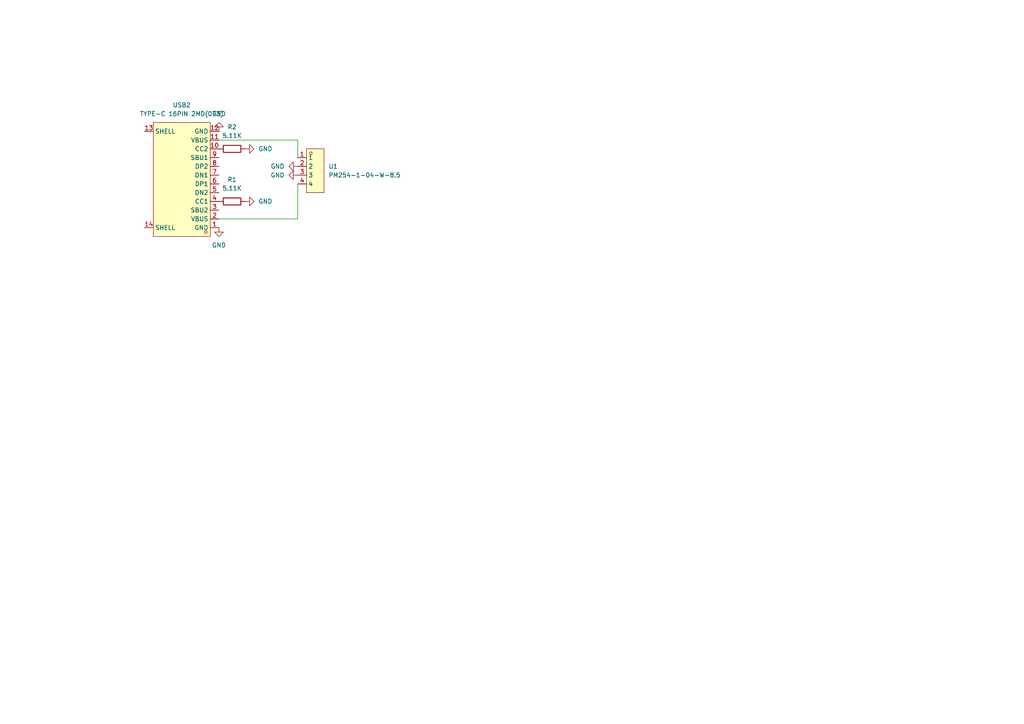
<source format=kicad_sch>
(kicad_sch (version 20231120) (generator "eeschema") (generator_version "8.0")
  (paper "A4")
  (lib_symbols
    (symbol "Device:R" (pin_numbers hide) (pin_names (offset 0))
      (property "Reference" "R" (at 2.032 0 90))
      (property "Value" "R" (at 0 0 90))
      (symbol "R_0_1"
        (rectangle (start -1.016 -2.54) (end 1.016 2.54) (stroke (width 0.254)))
      )
      (symbol "R_1_1"
        (pin passive line (at 0 3.81 270) (length 1.27) (name "~") (number "1"))
        (pin passive line (at 0 -3.81 90) (length 1.27) (name "~") (number "2"))
      )
    )
    (symbol "easyeda2kicad:PM254-1-04-W-8.5"
      (property "Reference" "U" (at 0 8.89 0))
      (property "Value" "PM254-1-04-W-8.5" (at 0 -8.89 0))
      (symbol "PM254-1-04-W-8.5_0_1"
        (rectangle (start -2.54 6.35) (end 2.54 -6.35) (fill (type background)))
        (circle (center -1.27 5.08) (radius 0.38))
        (pin unspecified line (at -5.08 3.81 0) (length 2.54) (name "1") (number "1"))
        (pin unspecified line (at -5.08 1.27 0) (length 2.54) (name "2") (number "2"))
        (pin unspecified line (at -5.08 -1.27 0) (length 2.54) (name "3") (number "3"))
        (pin unspecified line (at -5.08 -3.81 0) (length 2.54) (name "4") (number "4"))
      )
    )
    (symbol "easyeda2kicad:TYPE-C16PIN2MD(073)"
      (property "Reference" "USB" (at 0 19.05 0))
      (property "Value" "TYPE-C 16PIN 2MD(073)" (at 0 -19.05 0))
      (symbol "TYPE-C16PIN2MD(073)_0_1"
        (rectangle (start -8.89 16.51) (end 7.62 -16.51) (fill (type background)))
        (circle (center -7.62 15.24) (radius 0.38))
        (pin unspecified line (at -11.43 13.97 0) (length 2.54) (name "GND") (number "1"))
        (pin unspecified line (at -11.43 -8.89 0) (length 2.54) (name "CC2") (number "10"))
        (pin unspecified line (at -11.43 -11.43 0) (length 2.54) (name "VBUS") (number "11"))
        (pin unspecified line (at -11.43 -13.97 0) (length 2.54) (name "GND") (number "12"))
        (pin unspecified line (at 10.16 -13.97 180) (length 2.54) (name "SHELL") (number "13"))
        (pin unspecified line (at 10.16 13.97 180) (length 2.54) (name "SHELL") (number "14"))
        (pin unspecified line (at -11.43 11.43 0) (length 2.54) (name "VBUS") (number "2"))
        (pin unspecified line (at -11.43 8.89 0) (length 2.54) (name "SBU2") (number "3"))
        (pin unspecified line (at -11.43 6.35 0) (length 2.54) (name "CC1") (number "4"))
        (pin unspecified line (at -11.43 3.81 0) (length 2.54) (name "DN2") (number "5"))
        (pin unspecified line (at -11.43 1.27 0) (length 2.54) (name "DP1") (number "6"))
        (pin unspecified line (at -11.43 -1.27 0) (length 2.54) (name "DN1") (number "7"))
        (pin unspecified line (at -11.43 -3.81 0) (length 2.54) (name "DP2") (number "8"))
        (pin unspecified line (at -11.43 -6.35 0) (length 2.54) (name "SBU1") (number "9"))
      )
    )
    (symbol "power:GND" (power) (pin_numbers hide) (pin_names (offset 0) hide)
      (property "Value" "GND" (at 0 -3.81 0))
      (symbol "GND_0_1"
        (polyline (pts (xy 0 0) (xy 0 -1.27) (xy 1.27 -1.27) (xy 0 -2.54) (xy -1.27 -1.27) (xy 0 -1.27)))
      )
      (symbol "GND_1_1"
        (pin power_in line (at 0 0 270) (length 0) (name "~") (number "1"))
      )
    )
  )
  (wire (pts (xy 86.36 53.34) (xy 86.36 63.5)))
  (wire (pts (xy 86.36 63.5) (xy 63.5 63.5)))
  (wire (pts (xy 86.36 40.64) (xy 86.36 45.72)))
  (wire (pts (xy 63.5 40.64) (xy 86.36 40.64)))
  (symbol (lib_id "easyeda2kicad:TYPE-C16PIN2MD(073)") (at 52.07 52.07 180) (unit 1)
    (property "Reference" "USB2" (at 52.705 30.48 0))
    (property "Value" "TYPE-C 16PIN 2MD(073)" (at 52.705 33.02 0))
    (property "Footprint" "easyeda2kicad:USB-C-SMD_TYPE-C-6PIN-2MD-073" (effects (hide yes)))
    (property "LCSC Part" "C2765186" (effects (hide yes)))
  )
  (symbol (lib_id "power:GND") (at 86.36 50.8 270) (unit 1)
    (property "Reference" "#PWR05" (effects (hide yes)))
    (property "Value" "GND" (at 82.55 50.7999 90) (effects (justify right)))
    (property "Description" "Power symbol creates a global label with name \"GND\" , ground" (effects (hide yes)))
  )
  (symbol (lib_id "power:GND") (at 63.5 38.1 180) (unit 1)
    (property "Reference" "#PWR04" (effects (hide yes)))
    (property "Value" "GND" (at 63.5 33.02 0))
    (property "Description" "Power symbol creates a global label with name \"GND\" , ground" (effects (hide yes)))
  )
  (symbol (lib_id "power:GND") (at 71.12 43.18 90) (unit 1)
    (property "Reference" "#PWR03" (effects (hide yes)))
    (property "Value" "GND" (at 74.93 43.1799 90) (effects (justify right)))
    (property "Description" "Power symbol creates a global label with name \"GND\" , ground" (effects (hide yes)))
  )
  (symbol (lib_id "Device:R") (at 67.31 58.42 90) (unit 1)
    (property "Reference" "R1" (at 67.31 52.07 90))
    (property "Value" "5.11K" (at 67.31 54.61 90))
    (property "Footprint" "Resistor_SMD:R_0603_1608Metric" (effects (hide yes)))
    (property "Description" "Resistor" (effects (hide yes)))
    (property "LCSC" "C112314" (effects (hide yes)))
  )
  (symbol (lib_id "power:GND") (at 86.36 48.26 270) (unit 1)
    (property "Reference" "#PWR06" (effects (hide yes)))
    (property "Value" "GND" (at 82.55 48.2599 90) (effects (justify right)))
    (property "Description" "Power symbol creates a global label with name \"GND\" , ground" (effects (hide yes)))
  )
  (symbol (lib_id "Device:R") (at 67.31 43.18 90) (unit 1)
    (property "Reference" "R2" (at 67.31 36.83 90))
    (property "Value" "5.11K" (at 67.31 39.37 90))
    (property "Footprint" "Resistor_SMD:R_0603_1608Metric" (effects (hide yes)))
    (property "Description" "Resistor" (effects (hide yes)))
    (property "LCSC" "C112314" (effects (hide yes)))
  )
  (symbol (lib_id "power:GND") (at 71.12 58.42 90) (unit 1)
    (property "Reference" "#PWR02" (effects (hide yes)))
    (property "Value" "GND" (at 74.93 58.4199 90) (effects (justify right)))
    (property "Description" "Power symbol creates a global label with name \"GND\" , ground" (effects (hide yes)))
  )
  (symbol (lib_id "power:GND") (at 63.5 66.04 0) (unit 1)
    (property "Reference" "#PWR01" (effects (hide yes)))
    (property "Value" "GND" (at 63.5 71.12 0))
    (property "Description" "Power symbol creates a global label with name \"GND\" , ground" (effects (hide yes)))
  )
  (symbol (lib_id "easyeda2kicad:PM254-1-04-W-8.5") (at 91.44 49.53 0) (unit 1)
    (property "Reference" "U1" (at 95.25 48.2599 0) (effects (justify left)))
    (property "Value" "PM254-1-04-W-8.5" (at 95.25 50.7999 0) (effects (justify left)))
    (property "Footprint" "easyeda2kicad:HDR-TH_4P-P2.54-H-F-W10.0-N" (effects (hide yes)))
    (property "LCSC Part" "C2897386" (effects (hide yes)))
  )
)
</source>
